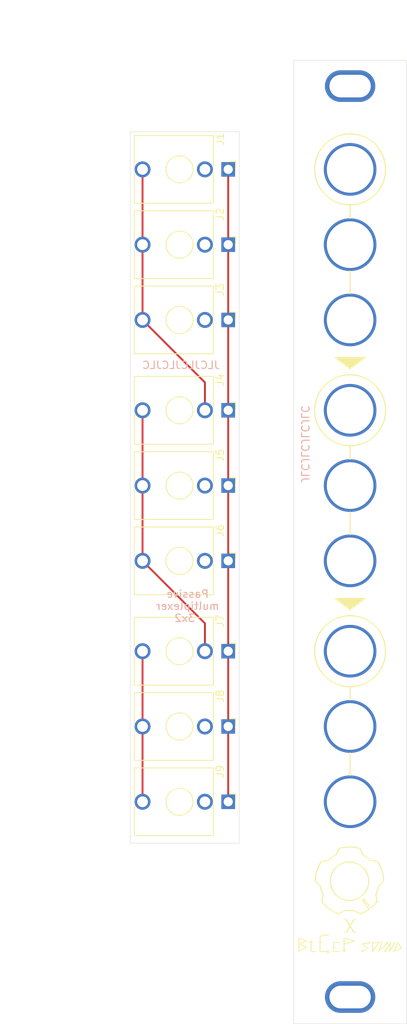
<source format=kicad_pcb>
(kicad_pcb (version 20211014) (generator pcbnew)
  (layers (0 "F.Cu" signal) (31 "B.Cu" signal) (34 "B.Paste" user) (35 "F.Paste" user) (36 "B.SilkS" user "B.Silkscreen") (37 "F.SilkS" user "F.Silkscreen") (38 "B.Mask" user) (39 "F.Mask" user) (44 "Edge.Cuts" user))
  (net 0 "")
  (net 2 "GND")
  (net 3 "Net-(J4-PadTN)")
  (net 6 "Net-(J4-PadT)")
  (net 9 "Net-(J7-PadT)")
  (footprint "Connector_Audio:Jack_3.5mm_QingPu_WQP-PJ398SM_Vertical_CircularHoles" (layer "F.Cu") (at 65.78 94 -90)
    (fp_text reference "J6" (at -4.03 1.08 90) (layer "F.SilkS"))
    (fp_text value "Out2")
    (fp_line (start -1.06 -1) (end -0.2 -1) (layer "F.SilkS") (width 0.12))
    (fp_line (start -4.5 1.98) (end -4.5 12.48) (layer "F.SilkS") (width 0.12))
    (fp_line (start -0.35 1.98) (end -4.5 1.98) (layer "F.SilkS") (width 0.12))
    (fp_line (start 4.5 1.98) (end 0.35 1.98) (layer "F.SilkS") (width 0.12))
    (fp_line (start 4.5 12.48) (end 0.5 12.48) (layer "F.SilkS") (width 0.12))
    (fp_line (start -0.5 12.48) (end -4.5 12.48) (layer "F.SilkS") (width 0.12))
    (fp_line (start 4.5 1.98) (end 4.5 12.48) (layer "F.SilkS") (width 0.12))
    (fp_line (start -1.06 -1) (end -1.06 -0.2) (layer "F.SilkS") (width 0.12))
    (fp_circle (center 0 6.48) (end 1.8 6.48) (layer "F.SilkS") (width 0.12) (fill none))
    (pad "S" thru_hole rect locked (at 0 0 90) (size 1.93 1.83) (drill 1.22) (layers *.Cu *.Mask) (net 2 "GND"))
    (pad "T" thru_hole circle locked (at 0 11.4 90) (size 2.13 2.13) (drill 1.43) (layers *.Cu *.Mask) (net 6 "Net-(J4-PadT)"))
    (pad "TN" thru_hole circle locked (at 0 3.1 90) (size 2.13 2.13) (drill 1.42) (layers *.Cu *.Mask))
  )
  (footprint "Connector_Audio:Jack_3.5mm_QingPu_WQP-PJ398SM_Vertical_CircularHoles" (layer "F.Cu") (at 65.78 74 -90)
    (fp_text reference "J4" (at -4.03 1.08 90) (layer "F.SilkS"))
    (fp_text value "In2")
    (fp_line (start -1.06 -1) (end -1.06 -0.2) (layer "F.SilkS") (width 0.12))
    (fp_line (start -4.5 1.98) (end -4.5 12.48) (layer "F.SilkS") (width 0.12))
    (fp_line (start 4.5 1.98) (end 4.5 12.48) (layer "F.SilkS") (width 0.12))
    (fp_line (start -0.35 1.98) (end -4.5 1.98) (layer "F.SilkS") (width 0.12))
    (fp_line (start -0.5 12.48) (end -4.5 12.48) (layer "F.SilkS") (width 0.12))
    (fp_line (start -1.06 -1) (end -0.2 -1) (layer "F.SilkS") (width 0.12))
    (fp_line (start 4.5 12.48) (end 0.5 12.48) (layer "F.SilkS") (width 0.12))
    (fp_line (start 4.5 1.98) (end 0.35 1.98) (layer "F.SilkS") (width 0.12))
    (fp_circle (center 0 6.48) (end 1.8 6.48) (layer "F.SilkS") (width 0.12) (fill none))
    (pad "S" thru_hole rect locked (at 0 0 90) (size 1.93 1.83) (drill 1.22) (layers *.Cu *.Mask) (net 2 "GND"))
    (pad "T" thru_hole circle locked (at 0 11.4 90) (size 2.13 2.13) (drill 1.43) (layers *.Cu *.Mask) (net 6 "Net-(J4-PadT)"))
    (pad "TN" thru_hole circle locked (at 0 3.1 90) (size 2.13 2.13) (drill 1.42) (layers *.Cu *.Mask) (net 3 "Net-(J4-PadTN)"))
  )
  (footprint "Connector_Audio:Jack_3.5mm_QingPu_WQP-PJ398SM_Vertical_CircularHoles" (layer "F.Cu") (at 65.78 126 -90)
    (fp_text reference "J9" (at -4.03 1.08 90) (layer "F.SilkS"))
    (fp_text value "Out3")
    (fp_line (start 4.5 1.98) (end 4.5 12.48) (layer "F.SilkS") (width 0.12))
    (fp_line (start -1.06 -1) (end -1.06 -0.2) (layer "F.SilkS") (width 0.12))
    (fp_line (start -1.06 -1) (end -0.2 -1) (layer "F.SilkS") (width 0.12))
    (fp_line (start 4.5 12.48) (end 0.5 12.48) (layer "F.SilkS") (width 0.12))
    (fp_line (start -0.5 12.48) (end -4.5 12.48) (layer "F.SilkS") (width 0.12))
    (fp_line (start 4.5 1.98) (end 0.35 1.98) (layer "F.SilkS") (width 0.12))
    (fp_line (start -0.35 1.98) (end -4.5 1.98) (layer "F.SilkS") (width 0.12))
    (fp_line (start -4.5 1.98) (end -4.5 12.48) (layer "F.SilkS") (width 0.12))
    (fp_circle (center 0 6.48) (end 1.8 6.48) (layer "F.SilkS") (width 0.12) (fill none))
    (pad "S" thru_hole rect locked (at 0 0 90) (size 1.93 1.83) (drill 1.22) (layers *.Cu *.Mask) (net 2 "GND"))
    (pad "T" thru_hole circle locked (at 0 11.4 90) (size 2.13 2.13) (drill 1.43) (layers *.Cu *.Mask) (net 9 "Net-(J7-PadT)"))
    (pad "TN" thru_hole circle locked (at 0 3.1 90) (size 2.13 2.13) (drill 1.42) (layers *.Cu *.Mask))
  )
  (footprint "Connector_Audio:Jack_3.5mm_QingPu_WQP-PJ398SM_Vertical_CircularHoles" (layer "F.Cu") (at 65.78 84 -90)
    (fp_text reference "J5" (at -4.03 1.08 90) (layer "F.SilkS"))
    (fp_text value "Out2")
    (fp_line (start 4.5 12.48) (end 0.5 12.48) (layer "F.SilkS") (width 0.12))
    (fp_line (start -4.5 1.98) (end -4.5 12.48) (layer "F.SilkS") (width 0.12))
    (fp_line (start 4.5 1.98) (end 4.5 12.48) (layer "F.SilkS") (width 0.12))
    (fp_line (start 4.5 1.98) (end 0.35 1.98) (layer "F.SilkS") (width 0.12))
    (fp_line (start -1.06 -1) (end -0.2 -1) (layer "F.SilkS") (width 0.12))
    (fp_line (start -0.5 12.48) (end -4.5 12.48) (layer "F.SilkS") (width 0.12))
    (fp_line (start -0.35 1.98) (end -4.5 1.98) (layer "F.SilkS") (width 0.12))
    (fp_line (start -1.06 -1) (end -1.06 -0.2) (layer "F.SilkS") (width 0.12))
    (fp_circle (center 0 6.48) (end 1.8 6.48) (layer "F.SilkS") (width 0.12) (fill none))
    (pad "S" thru_hole rect locked (at 0 0 90) (size 1.93 1.83) (drill 1.22) (layers *.Cu *.Mask) (net 2 "GND"))
    (pad "T" thru_hole circle locked (at 0 11.4 90) (size 2.13 2.13) (drill 1.43) (layers *.Cu *.Mask) (net 6 "Net-(J4-PadT)"))
    (pad "TN" thru_hole circle locked (at 0 3.1 90) (size 2.13 2.13) (drill 1.42) (layers *.Cu *.Mask))
  )
  (footprint "LOGO" (layer "F.Cu") (at 82 136.5)
    (fp_text reference "G***" hide)
    (fp_text value "LOGO" hide)
    (fp_poly (pts (xy 0.003636 -2.569584) (xy 0.162336 -2.563145) (xy 0.304162 -2.550561) (xy 0.407176 -2.534208) (xy 0.723981 -2.449641) (xy 1.019039 -2.3333) (xy 1.294045 -2.184304) (xy 1.550692 -2.00177) (xy 1.727088 -1.847157) (xy 1.945969 -1.612878) (xy 2.132007 -1.358703) (xy 2.284312 -1.086706) (xy 2.401993 -0.798963) (xy 2.484163 -0.497548) (xy 2.52993 -0.184536) (xy 2.539844 0.048473) (xy 2.520932 0.370534) (xy 2.464503 0.683441) (xy 2.371023 0.985663) (xy 2.240954 1.275669) (xy 2.091887 1.526622) (xy 2.02284 1.619058) (xy 1.930773 1.726815) (xy 1.823405 1.842158) (xy 1.708454 1.957348) (xy 1.593641 2.064649) (xy 1.486683 2.156324) (xy 1.395877 2.224251) (xy 1.144842 2.37257) (xy 0.876122 2.495492) (xy 0.599699 2.588999) (xy 0.350438 2.645046) (xy 0.273948 2.654692) (xy 0.174072 2.662739) (xy 0.060072 2.668932) (xy -0.058793 2.673013) (xy -0.17326 2.674726) (xy -0.274071 2.673813) (xy -0.351963 2.670018) (xy -0.387786 2.665529) (xy -0.420273 2.659802) (xy -0.479104 2.649961) (xy -0.55233 2.638) (xy -0.56229 2.636392) (xy -0.786501 2.585814) (xy -1.020345 2.506733) (xy -1.25326 2.403756) (xy -1.474685 2.281487) (xy -1.652048 2.161288) (xy -1.896984 1.953625) (xy -2.113402 1.720585) (xy -2.299705 1.464706) (xy -2.45429 1.188524) (xy -2.57556 0.894579) (xy -2.661913 0.585406) (xy -2.670048 0.546434) (xy -2.687771 0.426615) (xy -2.699461 0.280688) (xy -2.705118 0.119605) (xy -2.704778 -0.031198) (xy -2.578088 -0.031198) (xy -2.569482 0.258755) (xy -2.525823 0.54375) (xy -2.448967 0.820931) (xy -2.340775 1.087441) (xy -2.203103 1.340422) (xy -2.037811 1.577016) (xy -1.846758 1.794368) (xy -1.631801 1.989619) (xy -1.394799 2.159912) (xy -1.13761 2.30239) (xy -0.862094 2.414196) (xy -0.745876 2.450055) (xy -0.5023 2.508127) (xy -0.272013 2.539691) (xy -0.042416 2.545442) (xy 0.199091 2.526074) (xy 0.319166 2.508675) (xy 0.602682 2.443328) (xy 0.878053 2.3423) (xy 1.141402 2.208448) (xy 1.388853 2.044633) (xy 1.61653 1.853716) (xy 1.820558 1.638556) (xy 1.99706 1.402013) (xy 2.129249 1.173054) (xy 2.196655 1.033102) (xy 2.249266 0.9081) (xy 2.29353 0.781055) (xy 2.335891 0.634969) (xy 2.341987 0.61222) (xy 2.360486 0.539786) (xy 2.373987 0.476765) (xy 2.38325 0.414775) (xy 2.389039 0.345437) (xy 2.392116 0.260371) (xy 2.393243 0.151195) (xy 2.393267 0.048473) (xy 2.392591 -0.084984) (xy 2.3906 -0.187921) (xy 2.386535 -0.268593) (xy 2.37964 -0.335254) (xy 2.369155 -0.396158) (xy 2.354322 -0.459559) (xy 2.342506 -0.504122) (xy 2.243228 -0.810315) (xy 2.11896 -1.088552) (xy 1.967963 -1.341915) (xy 1.788495 -1.573484) (xy 1.663497 -1.706146) (xy 1.436512 -1.90546) (xy 1.189953 -2.075494) (xy 0.927666 -2.214965) (xy 0.653503 -2.322588) (xy 0.371311 -2.397081) (xy 0.084939 -2.437159) (xy -0.201764 -2.441538) (xy -0.457956 -2.413717) (xy -0.765111 -2.342204) (xy -1.057127 -2.23537) (xy -1.332068 -2.094237) (xy -1.587995 -1.919834) (xy -1.822973 -1.713185) (xy -1.868209 -1.66711) (xy -1.945066 -1.585188) (xy -2.009284 -1.511905) (xy -2.067975 -1.438049) (xy -2.12825 -1.354409) (xy -2.197222 -1.251773) (xy -2.24218 -1.182748) (xy -2.313379 -1.055639) (xy -2.38267 -0.900664) (xy -2.446163 -0.728686) (xy -2.499973 -0.550567) (xy -2.54021 -0.37717) (xy -2.54978 -0.323251) (xy -2.578088 -0.031198) (xy -2.704778 -0.031198) (xy -2.704745 -0.045685) (xy -2.698342 -0.204232) (xy -2.68591 -0.345086) (xy -2.669933 -0.445954) (xy -2.587404 -0.757826) (xy -2.475159 -1.046052) (xy -2.331492 -1.313803) (xy -2.154699 -1.564252) (xy -1.943073 -1.80057) (xy -1.939687 -1.803962) (xy -1.71113 -2.010317) (xy -1.470538 -2.182924) (xy -1.213443 -2.324181) (xy -0.935375 -2.436485) (xy -0.631865 -2.522234) (xy -0.579251 -2.53395) (xy -0.463383 -2.552061) (xy -0.320257 -2.564039) (xy -0.160906 -2.569881)) (layer "F.SilkS") (width 0) (fill solid))
    (fp_poly (pts (xy 0.023156 -4.555331) (xy 0.158379 -4.552311) (xy 0.284601 -4.547707) (xy 0.391482 -4.541887) (xy 0.461261 -4.536059) (xy 0.586136 -4.5196) (xy 0.730663 -4.495911) (xy 0.882419 -4.467418) (xy 1.028984 -4.436549) (xy 1.157938 -4.405732) (xy 1.22981 -4.385869) (xy 1.344734 -4.35143) (xy 1.774122 -3.490622) (xy 1.93443 -3.39825) (xy 2.127092 -3.278952) (xy 2.317135 -3.145917) (xy 2.491168 -3.008835) (xy 2.578984 -2.931762) (xy 2.724199 -2.798155) (xy 3.160458 -2.735359) (xy 3.288227 -2.716814) (xy 3.404844 -2.699596) (xy 3.50423 -2.684627) (xy 3.580307 -2.672827) (xy 3.626997 -2.665117) (xy 3.637204 -2.663136) (xy 3.670601 -2.640142) (xy 3.716908 -2.586514) (xy 3.773385 -2.507098) (xy 3.837291 -2.406741) (xy 3.905887 -2.290288) (xy 3.976432 -2.162587) (xy 4.046186 -2.028482) (xy 4.112409 -1.892822) (xy 4.172361 -1.760451) (xy 4.223302 -1.636217) (xy 4.234231 -1.607205) (xy 4.320579 -1.355333) (xy 4.389825 -1.110829) (xy 4.443941 -0.863846) (xy 4.484897 -0.604533) (xy 4.514665 -0.323043) (xy 4.527978 -0.139354) (xy 4.54038 0.060604) (xy 4.194579 0.396781) (xy 3.848779 0.732958) (xy 3.804012 0.943311) (xy 3.754433 1.144046) (xy 3.690497 1.353882) (xy 3.617793 1.555677) (xy 3.557674 1.698494) (xy 3.491617 1.843446) (xy 3.568404 2.280225) (xy 3.590514 2.407717) (xy 3.610133 2.524149) (xy 3.626291 2.623499) (xy 3.63802 2.699742) (xy 3.644352 2.746857) (xy 3.645191 2.757618) (xy 3.630162 2.804241) (xy 3.58519 2.875078) (xy 3.510449 2.969909) (xy 3.406109 3.088517) (xy 3.272345 3.230685) (xy 3.258426 3.245086) (xy 3.127167 3.378829) (xy 3.018221 3.484916) (xy 2.928477 3.564974) (xy 2.854823 3.620626) (xy 2.794147 3.6535) (xy 2.743337 3.665218) (xy 2.699281 3.657408) (xy 2.658867 3.631693) (xy 2.618982 3.589698) (xy 2.612917 3.582176) (xy 2.569952 3.526964) (xy 2.533124 3.477814) (xy 2.51952 3.458672) (xy 2.498886 3.430002) (xy 2.459325 3.376421) (xy 2.405314 3.30394) (xy 2.341328 3.218569) (xy 2.287939 3.14765) (xy 2.220089 3.057406) (xy 2.159528 2.976318) (xy 2.110507 2.910122) (xy 2.077277 2.864551) (xy 2.064962 2.846866) (xy 2.03057 2.797694) (xy 1.984219 2.738661) (xy 1.932299 2.676996) (xy 1.881201 2.619929) (xy 1.837317 2.574689) (xy 1.807035 2.548505) (xy 1.798074 2.544943) (xy 1.777112 2.55399) (xy 1.764215 2.566869) (xy 1.761117 2.586601) (xy 1.769555 2.616207) (xy 1.791266 2.658709) (xy 1.827985 2.717127) (xy 1.881449 2.794483) (xy 1.953395 2.893798) (xy 2.045557 3.018093) (xy 2.15048 3.158149) (xy 2.246407 3.286265) (xy 2.334997 3.40531) (xy 2.413518 3.511559) (xy 2.47924 3.601283) (xy 2.529428 3.670756) (xy 2.561353 3.716251) (xy 2.572143 3.733421) (xy 2.579101 3.778962) (xy 2.56152 3.824169) (xy 2.516026 3.873439) (xy 2.439243 3.93117) (xy 2.401014 3.956333) (xy 2.277215 4.031479) (xy 2.137968 4.108818) (xy 1.990327 4.18505) (xy 1.841345 4.256878) (xy 1.698077 4.321004) (xy 1.567576 4.37413) (xy 1.456897 4.412956) (xy 1.382805 4.432424) (xy 1.352373 4.43449) (xy 1.315439 4.427616) (xy 1.265636 4.40936) (xy 1.196595 4.377284) (xy 1.101951 4.328945) (xy 1.072576 4.313525) (xy 0.914858 4.230385) (xy 0.787588 4.163483) (xy 0.686818 4.111149) (xy 0.608602 4.071713) (xy 0.548991 4.043504) (xy 0.504037 4.024851) (xy 0.469794 4.014085) (xy 0.442313 4.009535) (xy 0.417646 4.00953) (xy 0.391848 4.0124) (xy 0.368397 4.015561) (xy 0.2994 4.02133) (xy 0.200778 4.025602) (xy 0.081656 4.028361) (xy -0.048841 4.029596) (xy -0.181588 4.02929) (xy -0.307459 4.027431) (xy -0.41733 4.024005) (xy -0.502076 4.018997) (xy -0.523589 4.016927) (xy -0.649698 4.002868) (xy -1.06649 4.220998) (xy -1.184509 4.281944) (xy -1.292786 4.336309) (xy -1.386093 4.381591) (xy -1.459199 4.415289) (xy -1.506874 4.434901) (xy -1.522061 4.438915) (xy -1.559536 4.432423) (xy -1.619844 4.415645) (xy -1.68687 4.393278) (xy -1.905519 4.305865) (xy -2.137691 4.19774) (xy -2.369763 4.075882) (xy -2.588106 3.947266) (xy -2.699354 3.874856) (xy -2.870157 3.750431) (xy -3.050019 3.604002) (xy -3.231001 3.44305) (xy -3.405166 3.275057) (xy -3.564572 3.107504) (xy -3.701282 2.947875) (xy -3.750795 2.883959) (xy -3.772576 2.852068) (xy -3.788309 2.819426) (xy -3.797857 2.781062) (xy -3.801083 2.732002) (xy -3.797852 2.667274) (xy -3.788027 2.581906) (xy -3.771472 2.470925) (xy -3.74805 2.329359) (xy -3.733206 2.242557) (xy -3.664602 1.843675) (xy -3.740677 1.6708) (xy -3.80356 1.515443) (xy -3.86529 1.340521) (xy -3.921109 1.160954) (xy -3.966254 0.991664) (xy -3.986308 0.900877) (xy -4.019114 0.73569) (xy -4.692214 0.080936) (xy -4.692058 -0.009694) (xy -4.577003 -0.009694) (xy -4.236021 0.319924) (xy -3.89504 0.649542) (xy -3.856913 0.838864) (xy -3.809454 1.036834) (xy -3.744739 1.2513) (xy -3.667715 1.466964) (xy -3.6024 1.625885) (xy -3.521026 1.811431) (xy -3.678756 2.737913) (xy -3.561375 2.88617) (xy -3.402562 3.070323) (xy -3.215572 3.259448) (xy -3.008966 3.446104) (xy -2.791304 3.622852) (xy -2.571148 3.782253) (xy -2.413969 3.883271) (xy -2.267596 3.969145) (xy -2.132616 4.0417) (xy -1.994995 4.107896) (xy -1.840695 4.174693) (xy -1.759279 4.20793) (xy -1.531155 4.299727) (xy -0.690311 3.857481) (xy -0.54734 3.877367) (xy -0.455915 3.886259) (xy -0.33607 3.892411) (xy -0.198065 3.895825) (xy -0.052161 3.896506) (xy 0.091382 3.894455) (xy 0.222301 3.889676) (xy 0.330338 3.882173) (xy 0.374893 3.877081) (xy 0.51992 3.856909) (xy 0.925749 4.070974) (xy 1.04201 4.13149) (xy 1.148434 4.185358) (xy 1.239745 4.230031) (xy 1.310669 4.26296) (xy 1.355929 4.281597) (xy 1.368652 4.28486) (xy 1.416861 4.275591) (xy 1.492802 4.24997) (xy 1.590498 4.210809) (xy 1.703969 4.160922) (xy 1.827238 4.103121) (xy 1.954324 4.040221) (xy 2.07925 3.975033) (xy 2.196036 3.910372) (xy 2.298705 3.849049) (xy 2.309855 3.842009) (xy 2.424477 3.769132) (xy 1.988292 3.188497) (xy 1.889702 3.056442) (xy 1.798884 2.933225) (xy 1.71842 2.822469) (xy 1.65089 2.727796) (xy 1.598875 2.652827) (xy 1.564957 2.601185) (xy 1.551716 2.576489) (xy 1.551627 2.575767) (xy 1.566447 2.549143) (xy 1.605508 2.509759) (xy 1.659897 2.464247) (xy 1.720702 2.419242) (xy 1.779009 2.381376) (xy 1.825907 2.357283) (xy 1.851085 2.352891) (xy 1.868766 2.370398) (xy 1.906799 2.41552) (xy 1.962421 2.484732) (xy 2.032868 2.574514) (xy 2.115379 2.681342) (xy 2.207189 2.801694) (xy 2.305535 2.932047) (xy 2.308924 2.936563) (xy 2.406877 3.066594) (xy 2.497824 3.186279) (xy 2.579097 3.292188) (xy 2.648028 3.380889) (xy 2.70195 3.448949) (xy 2.738194 3.492939) (xy 2.754093 3.509425) (xy 2.754311 3.509466) (xy 2.78204 3.495706) (xy 2.831178 3.457326) (xy 2.897355 3.398681) (xy 2.976204 3.324121) (xy 3.063356 3.238) (xy 3.154442 3.14467) (xy 3.245094 3.048484) (xy 3.330944 2.953793) (xy 3.407623 2.864951) (xy 3.43688 2.829393) (xy 3.508565 2.740693) (xy 3.428576 2.272353) (xy 3.348586 1.804013) (xy 3.420875 1.64587) (xy 3.484828 1.493293) (xy 3.548855 1.318047) (xy 3.608005 1.13521) (xy 3.657327 0.959863) (xy 3.685245 0.840634) (xy 3.724863 0.649542) (xy 4.405451 -0.007134) (xy 4.392242 -0.192613) (xy 4.348274 -0.598738) (xy 4.275033 -0.983339) (xy 4.171061 -1.351913) (xy 4.034899 -1.709959) (xy 3.928796 -1.938931) (xy 3.875126 -2.043169) (xy 3.816636 -2.150093) (xy 3.756731 -2.254182) (xy 3.698815 -2.349918) (xy 3.64629 -2.43178) (xy 3.602561 -2.494249) (xy 3.571031 -2.531806) (xy 3.557939 -2.540322) (xy 3.533937 -2.543181) (xy 3.477245 -2.550921) (xy 3.393535 -2.562737) (xy 3.288477 -2.577824) (xy 3.167741 -2.595377) (xy 3.097135 -2.605728) (xy 2.65572 -2.670626) (xy 2.522742 -2.788811) (xy 2.310008 -2.965527) (xy 2.084227 -3.13076) (xy 1.860755 -3.273294) (xy 1.853924 -3.27729) (xy 1.65586 -3.392829) (xy 1.453236 -3.808794) (xy 1.250611 -4.224759) (xy 1.163359 -4.254383) (xy 0.94469 -4.316636) (xy 0.696397 -4.365942) (xy 0.425752 -4.401301) (xy 0.140023 -4.421712) (xy -0.087252 -4.426611) (xy -0.466878 -4.413292) (xy -0.821955 -4.373166) (xy -1.156439 -4.305716) (xy -1.289389 -4.269798) (xy -1.405725 -4.235946) (xy -1.621761 -3.809691) (xy -1.837797 -3.383435) (xy -2.025189 -3.275514) (xy -2.297495 -3.10183) (xy -2.560839 -2.901152) (xy -2.673657 -2.803819) (xy -2.739169 -2.747681) (xy -2.798178 -2.701943) (xy -2.842293 -2.672877) (xy -2.857856 -2.666107) (xy -2.888473 -2.660851) (xy -2.951322 -2.651153) (xy -3.040229 -2.637926) (xy -3.149019 -2.622084) (xy -3.271517 -2.604542) (xy -3.325126 -2.596949) (xy -3.449221 -2.578893) (xy -3.559992 -2.561748) (xy -3.651808 -2.54647) (xy -3.71904 -2.534015) (xy -3.756057 -2.525339) (xy -3.761386 -2.522883) (xy -3.816578 -2.439622) (xy -3.882694 -2.331401) (xy -3.953992 -2.208277) (xy -4.024731 -2.080304) (xy -4.089171 -1.957539) (xy -4.122472 -1.890458) (xy -4.277198 -1.533773) (xy -4.39765 -1.173472) (xy -4.485657 -0.802699) (xy -4.543053 -0.414601) (xy -4.556939 -0.264703) (xy -4.577003 -0.009694) (xy -4.692058 -0.009694) (xy -4.691835 -0.138883) (xy -4.678844 -0.41273) (xy -4.641846 -0.706598) (xy -4.582452 -1.0114) (xy -4.502277 -1.318049) (xy -4.456665 -1.463893) (xy -4.411323 -1.58963) (xy -4.355341 -1.726541) (xy -4.291342 -1.869753) (xy -4.22195 -2.014392) (xy -4.149787 -2.155584) (xy -4.077476 -2.288456) (xy -4.007642 -2.408133) (xy -3.942906 -2.509743) (xy -3.885893 -2.588412) (xy -3.839225 -2.639265) (xy -3.815476 -2.655179) (xy -3.783948 -2.66303) (xy -3.720144 -2.675063) (xy -3.630218 -2.69026) (xy -3.520324 -2.707597) (xy -3.396613 -2.726056) (xy -3.334962 -2.734898) (xy -2.898702 -2.796641) (xy -2.81145 -2.87875) (xy -2.696331 -2.980652) (xy -2.562609 -3.088538) (xy -2.419492 -3.195752) (xy -2.27619 -3.295636) (xy -2.14191 -3.381534) (xy -2.025862 -3.446788) (xy -2.025205 -3.447122) (xy -2.000044 -3.461178) (xy -1.977423 -3.478583) (xy -1.954614 -3.503747) (xy -1.928892 -3.54108) (xy -1.89753 -3.594991) (xy -1.857804 -3.669893) (xy -1.806987 -3.770193) (xy -1.742353 -3.900304) (xy -1.731354 -3.92255) (xy -1.51604 -4.358184) (xy -1.263614 -4.419233) (xy -1.006222 -4.476019) (xy -0.766926 -4.516244) (xy -0.530423 -4.54173) (xy -0.281411 -4.554296) (xy -0.110724 -4.556399)) (layer "F.SilkS") (width 0) (fill solid))
  )
  (footprint "Connector_Audio:Jack_3.5mm_QingPu_WQP-PJ398SM_Vertical_CircularHoles" (layer "F.Cu") (at 65.78 106 -90)
    (fp_text reference "J7" (at -4.03 1.08 90) (layer "F.SilkS"))
    (fp_text value "In3")
    (fp_line (start -4.5 1.98) (end -4.5 12.48) (layer "F.SilkS") (width 0.12))
    (fp_line (start 4.5 1.98) (end 4.5 12.48) (layer "F.SilkS") (width 0.12))
    (fp_line (start 4.5 1.98) (end 0.35 1.98) (layer "F.SilkS") (width 0.12))
    (fp_line (start 4.5 12.48) (end 0.5 12.48) (layer "F.SilkS") (width 0.12))
    (fp_line (start -0.35 1.98) (end -4.5 1.98) (layer "F.SilkS") (width 0.12))
    (fp_line (start -1.06 -1) (end -1.06 -0.2) (layer "F.SilkS") (width 0.12))
    (fp_line (start -0.5 12.48) (end -4.5 12.48) (layer "F.SilkS") (width 0.12))
    (fp_line (start -1.06 -1) (end -0.2 -1) (layer "F.SilkS") (width 0.12))
    (fp_circle (center 0 6.48) (end 1.8 6.48) (layer "F.SilkS") (width 0.12) (fill none))
    (pad "S" thru_hole rect locked (at 0 0 90) (size 1.93 1.83) (drill 1.22) (layers *.Cu *.Mask) (net 2 "GND"))
    (pad "T" thru_hole circle locked (at 0 11.4 90) (size 2.13 2.13) (drill 1.43) (layers *.Cu *.Mask) (net 9 "Net-(J7-PadT)"))
    (pad "TN" thru_hole circle locked (at 0 3.1 90) (size 2.13 2.13) (drill 1.42) (layers *.Cu *.Mask) (net 6 "Net-(J4-PadT)"))
  )
  (footprint "Connector_Audio:Jack_3.5mm_QingPu_WQP-PJ398SM_Vertical_CircularHoles" (layer "F.Cu") (at 65.78 62 -90)
    (fp_text reference "J3" (at -4.03 1.08 90) (layer "F.SilkS"))
    (fp_text value "Out1")
    (fp_line (start 4.5 1.98) (end 0.35 1.98) (layer "F.SilkS") (width 0.12))
    (fp_line (start -4.5 1.98) (end -4.5 12.48) (layer "F.SilkS") (width 0.12))
    (fp_line (start -1.06 -1) (end -1.06 -0.2) (layer "F.SilkS") (width 0.12))
    (fp_line (start -0.5 12.48) (end -4.5 12.48) (layer "F.SilkS") (width 0.12))
    (fp_line (start -1.06 -1) (end -0.2 -1) (layer "F.SilkS") (width 0.12))
    (fp_line (start 4.5 1.98) (end 4.5 12.48) (layer "F.SilkS") (width 0.12))
    (fp_line (start -0.35 1.98) (end -4.5 1.98) (layer "F.SilkS") (width 0.12))
    (fp_line (start 4.5 12.48) (end 0.5 12.48) (layer "F.SilkS") (width 0.12))
    (fp_circle (center 0 6.48) (end 1.8 6.48) (layer "F.SilkS") (width 0.12) (fill none))
    (pad "S" thru_hole rect locked (at 0 0 90) (size 1.93 1.83) (drill 1.22) (layers *.Cu *.Mask) (net 2 "GND"))
    (pad "T" thru_hole circle locked (at 0 11.4 90) (size 2.13 2.13) (drill 1.43) (layers *.Cu *.Mask) (net 3 "Net-(J4-PadTN)"))
    (pad "TN" thru_hole circle locked (at 0 3.1 90) (size 2.13 2.13) (drill 1.42) (layers *.Cu *.Mask))
  )
  (footprint "Synth:Doepfer Mounting hole" (layer "F.Cu") (at 82 30.939511)
    (fp_text reference "H2" hide)
    (fp_text value "MountingHole")
    (pad "1" thru_hole oval locked (at 0 0) (size 6.7 4.2) (drill oval 5.5 3) (layers *.Cu *.Mask))
  )
  (footprint "Connector_Audio:Jack_3.5mm_QingPu_WQP-PJ398SM_Vertical_CircularHoles" (layer "F.Cu") (at 65.78 42 -90)
    (fp_text reference "J1" (at -4.03 1.08 90) (layer "F.SilkS"))
    (fp_text value "In1")
    (fp_line (start -0.5 12.48) (end -4.5 12.48) (layer "F.SilkS") (width 0.12))
    (fp_line (start 4.5 1.98) (end 0.35 1.98) (layer "F.SilkS") (width 0.12))
    (fp_line (start -4.5 1.98) (end -4.5 12.48) (layer "F.SilkS") (width 0.12))
    (fp_line (start -1.06 -1) (end -0.2 -1) (layer "F.SilkS") (width 0.12))
    (fp_line (start 4.5 1.98) (end 4.5 12.48) (layer "F.SilkS") (width 0.12))
    (fp_line (start 4.5 12.48) (end 0.5 12.48) (layer "F.SilkS") (width 0.12))
    (fp_line (start -1.06 -1) (end -1.06 -0.2) (layer "F.SilkS") (width 0.12))
    (fp_line (start -0.35 1.98) (end -4.5 1.98) (layer "F.SilkS") (width 0.12))
    (fp_circle (center 0 6.48) (end 1.8 6.48) (layer "F.SilkS") (width 0.12) (fill none))
    (pad "S" thru_hole rect locked (at 0 0 90) (size 1.93 1.83) (drill 1.22) (layers *.Cu *.Mask) (net 2 "GND"))
    (pad "T" thru_hole circle locked (at 0 11.4 90) (size 2.13 2.13) (drill 1.43) (layers *.Cu *.Mask) (net 3 "Net-(J4-PadTN)"))
    (pad "TN" thru_hole circle locked (at 0 3.1 90) (size 2.13 2.13) (drill 1.42) (layers *.Cu *.Mask))
  )
  (footprint "Connector_Audio:Jack_3.5mm_QingPu_WQP-PJ398SM_Vertical_CircularHoles" (layer "F.Cu") (at 65.78 116 -90)
    (fp_text reference "J8" (at -4.03 1.08 90) (layer "F.SilkS"))
    (fp_text value "Out3")
    (fp_line (start 4.5 1.98) (end 0.35 1.98) (layer "F.SilkS") (width 0.12))
    (fp_line (start -0.5 12.48) (end -4.5 12.48) (layer "F.SilkS") (width 0.12))
    (fp_line (start -4.5 1.98) (end -4.5 12.48) (layer "F.SilkS") (width 0.12))
    (fp_line (start -1.06 -1) (end -1.06 -0.2) (layer "F.SilkS") (width 0.12))
    (fp_line (start 4.5 12.48) (end 0.5 12.48) (layer "F.SilkS") (width 0.12))
    (fp_line (start 4.5 1.98) (end 4.5 12.48) (layer "F.SilkS") (width 0.12))
    (fp_line (start -0.35 1.98) (end -4.5 1.98) (layer "F.SilkS") (width 0.12))
    (fp_line (start -1.06 -1) (end -0.2 -1) (layer "F.SilkS") (width 0.12))
    (fp_circle (center 0 6.48) (end 1.8 6.48) (layer "F.SilkS") (width 0.12) (fill none))
    (pad "S" thru_hole rect locked (at 0 0 90) (size 1.93 1.83) (drill 1.22) (layers *.Cu *.Mask) (net 2 "GND"))
    (pad "T" thru_hole circle locked (at 0 11.4 90) (size 2.13 2.13) (drill 1.43) (layers *.Cu *.Mask) (net 9 "Net-(J7-PadT)"))
    (pad "TN" thru_hole circle locked (at 0 3.1 90) (size 2.13 2.13) (drill 1.42) (layers *.Cu *.Mask))
  )
  (footprint "Connector_Audio:Jack_3.5mm_QingPu_WQP-PJ398SM_Vertical_CircularHoles" (layer "F.Cu") (at 65.78 52 -90)
    (fp_text reference "J2" (at -4.03 1.08 90) (layer "F.SilkS"))
    (fp_text value "Out1")
    (fp_line (start -1.06 -1) (end -1.06 -0.2) (layer "F.SilkS") (width 0.12))
    (fp_line (start 4.5 1.98) (end 4.5 12.48) (layer "F.SilkS") (width 0.12))
    (fp_line (start 4.5 12.48) (end 0.5 12.48) (layer "F.SilkS") (width 0.12))
    (fp_line (start 4.5 1.98) (end 0.35 1.98) (layer "F.SilkS") (width 0.12))
    (fp_line (start -0.35 1.98) (end -4.5 1.98) (layer "F.SilkS") (width 0.12))
    (fp_line (start -1.06 -1) (end -0.2 -1) (layer "F.SilkS") (width 0.12))
    (fp_line (start -4.5 1.98) (end -4.5 12.48) (layer "F.SilkS") (width 0.12))
    (fp_line (start -0.5 12.48) (end -4.5 12.48) (layer "F.SilkS") (width 0.12))
    (fp_circle (center 0 6.48) (end 1.8 6.48) (layer "F.SilkS") (width 0.12) (fill none))
    (pad "S" thru_hole rect locked (at 0 0 90) (size 1.93 1.83) (drill 1.22) (layers *.Cu *.Mask) (net 2 "GND"))
    (pad "T" thru_hole circle locked (at 0 11.4 90) (size 2.13 2.13) (drill 1.43) (layers *.Cu *.Mask) (net 3 "Net-(J4-PadTN)"))
    (pad "TN" thru_hole circle locked (at 0 3.1 90) (size 2.13 2.13) (drill 1.42) (layers *.Cu *.Mask))
  )
  (footprint "Synth:Doepfer Mounting hole" (layer "F.Cu") (at 82 151.939511)
    (fp_text reference "H1" hide)
    (fp_text value "MountingHole")
    (pad "1" thru_hole oval locked (at 0 0) (size 6.7 4.2) (drill oval 5.5 3) (layers *.Cu *.Mask))
  )
  (gr_circle (center 82 74) (end 84.5 78) (layer "F.SilkS") (width 0.15) (fill none))
  (gr_line (start 76.8 144.5) (end 76.8 145.9) (layer "F.SilkS") (width 0.12))
  (gr_line (start 76.8 144.5) (end 76.6 144.7) (layer "F.SilkS") (width 0.12))
  (gr_line (start 76.8 144.5) (end 77 144.7) (layer "F.SilkS") (width 0.12))
  (gr_line (start 75.2 145.9) (end 76.2 145.3) (layer "F.SilkS") (width 0.12))
  (gr_line (start 82 119.5) (end 82 122.5) (layer "F.SilkS") (width 0.15))
  (gr_line (start 79.2 145.9) (end 79 146.1) (layer "F.SilkS") (width 0.12))
  (gr_poly (pts (xy 82 68.5) (xy 80 67) (xy 84 67)) (layer "F.SilkS") (width 0.15) (fill solid))
  (gr_line (start 79.8 144.7) (end 79.8 145.9) (layer "F.SilkS") (width 0.12))
  (gr_line (start 86.2 144.7) (end 86 144.7) (layer "F.SilkS") (width 0.12))
  (gr_line (start 79.8 145.3) (end 80 145.3) (layer "F.SilkS") (width 0.12))
  (gr_line (start 87.4 144.7) (end 87.2 145.9) (layer "F.SilkS") (width 0.12))
  (gr_line (start 79.8 144.7) (end 80.6 144.7) (layer "F.SilkS") (width 0.12))
  (gr_line (start 81.5 143.35) (end 81.3 143.35) (layer "F.SilkS") (width 0.15))
  (gr_line (start 88.4 144.7) (end 88.8 145.5) (layer "F.SilkS") (width 0.12))
  (gr_line (start 81.2 144.1) (end 82.6 144.5) (layer "F.SilkS") (width 0.12))
  (gr_poly (pts (xy 82 100.5) (xy 80 99) (xy 84 99)) (layer "F.SilkS") (width 0.15) (fill solid))
  (gr_line (start 87.4 144.7) (end 86.6 145.9) (layer "F.SilkS") (width 0.12))
  (gr_line (start 82 87.5) (end 82 90.5) (layer "F.SilkS") (width 0.15))
  (gr_circle (center 82 106) (end 84.5 110) (layer "F.SilkS") (width 0.15) (fill none))
  (gr_line (start 82.7 143.35) (end 82.5 143.35) (layer "F.SilkS") (width 0.15))
  (gr_line (start 79.2 145.9) (end 79 145.7) (layer "F.SilkS") (width 0.12))
  (gr_line (start 88 144.7) (end 87.8 144.7) (layer "F.SilkS") (width 0.12))
  (gr_line (start 84.6 144.7) (end 83.6 144.9) (layer "F.SilkS") (width 0.12))
  (gr_arc (start 78 144.1) (mid 78.117157 143.817157) (end 78.4 143.7) (layer "F.SilkS") (width 0.12))
  (gr_line (start 82.6 144.5) (end 81.2 144.9) (layer "F.SilkS") (width 0.12))
  (gr_line (start 84.6 144.7) (end 84.6 144.9) (layer "F.SilkS") (width 0.12))
  (gr_line (start 81.2 145.9) (end 81.4 145.7) (layer "F.SilkS") (width 0.12))
  (gr_line (start 78 145.9) (end 79.2 145.9) (layer "F.SilkS") (width 0.12))
  (gr_line (start 82 78.71699) (end 82 80.5) (layer "F.SilkS") (width 0.15))
  (gr_line (start 88.4 144.7) (end 87.8 145.9) (layer "F.SilkS") (width 0.12))
  (gr_line (start 81.2 144.1) (end 81.2 145.9) (layer "F.SilkS") (width 0.12))
  (gr_line (start 84.4 145.5) (end 83.6 145.9) (layer "F.SilkS") (width 0.12))
  (gr_line (start 78 144.7) (end 78.4 144.7) (layer "F.SilkS") (width 0.12))
  (gr_line (start 85.8 144.7) (end 85 144.7) (layer "F.SilkS") (width 0.12))
  (gr_line (start 87.8 145.9) (end 88.8 145.5) (layer "F.SilkS") (width 0.12))
  (gr_line (start 81 145.7) (end 81.2 145.9) (layer "F.SilkS") (width 0.12))
  (gr_line (start 85 144.7) (end 85 145.9) (layer "F.SilkS") (width 0.12))
  (gr_line (start 82 55.5) (end 82 58.5) (layer "F.SilkS") (width 0.15))
  (gr_circle (center 82 42) (end 84.5 46) (layer "F.SilkS") (width 0.15) (fill none))
  (gr_line (start 87 144.7) (end 86.8 144.7) (layer "F.SilkS") (width 0.12))
  (gr_line (start 78 144.1) (end 78 145.9) (layer "F.SilkS") (width 0.12))
  (gr_line (start 82 110.71699) (end 82 112.5) (layer "F.SilkS") (width 0.15))
  (gr_line (start 75.2 144.9) (end 76.2 144.5) (layer "F.SilkS") (width 0.12))
  (gr_line (start 83.6 145.9) (end 83.6 145.7) (layer "F.SilkS") (width 0.12))
  (gr_line (start 85 145.9) (end 85.8 144.7) (layer "F.SilkS") (width 0.12))
  (gr_line (start 81.5 143.35) (end 82.5 141.65) (layer "F.SilkS") (width 0.15))
  (gr_line (start 85.8 145.9) (end 87 144.7) (layer "F.SilkS") (width 0.12))
  (gr_line (start 75.2 144.1) (end 75.2 145.9) (layer "F.SilkS") (width 0.12))
  (gr_line (start 76.8 145.9) (end 77.4 145.9) (layer "F.SilkS") (width 0.12))
  (gr_line (start 82.7 141.65) (end 82.5 141.65) (layer "F.SilkS") (width 0.15))
  (gr_line (start 86.6 145.9) (end 86.8 145.9) (layer "F.SilkS") (width 0.12))
  (gr_line (start 79.8 145.9) (end 80.6 145.9) (layer "F.SilkS") (width 0.12))
  (gr_line (start 81.5 141.65) (end 81.3 141.65) (layer "F.SilkS") (width 0.15))
  (gr_line (start 83.6 144.9) (end 84.4 145.5) (layer "F.SilkS") (width 0.12))
  (gr_line (start 86.2 144.7) (end 85.8 145.9) (layer "F.SilkS") (width 0.12))
  (gr_line (start 87.2 145.9) (end 88 144.7) (layer "F.SilkS") (width 0.12))
  (gr_line (start 82 46.71699) (end 82 48.5) (layer "F.SilkS") (width 0.15))
  (gr_line (start 81.2 145.9) (end 81.2 145.7) (layer "F.SilkS") (width 0.12))
  (gr_line (start 81.5 141.65) (end 82.5 143.35) (layer "F.SilkS") (width 0.15))
  (gr_line (start 78.4 143.7) (end 79.2 143.7) (layer "F.SilkS") (width 0.12))
  (gr_line (start 76.2 144.5) (end 75.2 144.1) (layer "F.SilkS") (width 0.12))
  (gr_line (start 76.2 145.3) (end 75.2 144.9) (layer "F.SilkS") (width 0.12))
  (gr_line (start 52.75 37) (end 67.25 37) (layer "Edge.Cuts") (width 0.05))
  (gr_line (start 89.5 155.5) (end 74.5 155.5) (layer "Edge.Cuts") (width 0.05))
  (gr_line (start 67.25 37) (end 67.25 131.5) (layer "Edge.Cuts") (width 0.05))
  (gr_line (start 74.5 27.5) (end 74.5 155.5) (layer "Edge.Cuts") (width 0.05))
  (gr_line (start 89.5 27.5) (end 89.5 155.5) (layer "Edge.Cuts") (width 0.05))
  (gr_line (start 74.5 27.5) (end 89.5 27.5) (layer "Edge.Cuts") (width 0.05))
  (gr_line (start 52.75 131.5) (end 67.25 131.5) (layer "Edge.Cuts") (width 0.05))
  (gr_line (start 52.75 37) (end 52.75 131.5) (layer "Edge.Cuts") (width 0.05))
  (gr_text "JLCJLCJLCJLC\n" (at 59.5 68) (layer "B.SilkS") (effects (font (size 1 1)) (justify mirror)))
  (gr_text "Passive \nmultiplexer \n3x2" (at 60 100) (layer "B.SilkS") (effects (font (size 1 1)) (justify mirror)))
  (gr_text "JLCJLCJLCJLC\n" (at 76 78.5 -90) (layer "B.SilkS") (effects (font (size 1 1)) (justify mirror)))
  (via (at 82 62) (size 7) (drill 6.2) (layers "F.Cu" "B.Cu") (net 0))
  (via (at 82 94) (size 7) (drill 6.2) (layers "F.Cu" "B.Cu") (net 0))
  (via (at 82 116) (size 7) (drill 6.2) (layers "F.Cu" "B.Cu") (net 0))
  (via (at 82 74) (size 7) (drill 6.2) (layers "F.Cu" "B.Cu") (net 0))
  (via (at 82 106) (size 7) (drill 6.2) (layers "F.Cu" "B.Cu") (net 0))
  (via (at 82 52) (size 7) (drill 6.2) (layers "F.Cu" "B.Cu") (net 0))
  (via (at 82 84) (size 7) (drill 6.2) (layers "F.Cu" "B.Cu") (net 0))
  (via (at 82 42) (size 7) (drill 6.2) (layers "F.Cu" "B.Cu") (net 0))
  (via (at 82 126) (size 7) (drill 6.2) (layers "F.Cu" "B.Cu") (net 0))
  (segment (start 65.78 42) (end 65.78 126) (width 0.25) (layer "F.Cu") (net 2))
  (segment (start 62.68 70.3) (end 54.38 62) (width 0.25) (layer "F.Cu") (net 3))
  (segment (start 62.68 74) (end 62.68 70.3) (width 0.25) (layer "F.Cu") (net 3))
  (segment (start 54.38 52) (end 54.38 62) (width 0.25) (layer "F.Cu") (net 3))
  (segment (start 54.38 42) (end 54.38 52) (width 0.25) (layer "F.Cu") (net 3))
  (segment (start 62.68 106) (end 62.68 102.3) (width 0.25) (layer "F.Cu") (net 6))
  (segment (start 62.68 102.3) (end 54.38 94) (width 0.25) (layer "F.Cu") (net 6))
  (segment (start 54.38 94) (end 54.38 74) (width 0.25) (layer "F.Cu") (net 6))
  (segment (start 54.38 126) (end 54.38 106) (width 0.25) (layer "F.Cu") (net 9))
)
</source>
